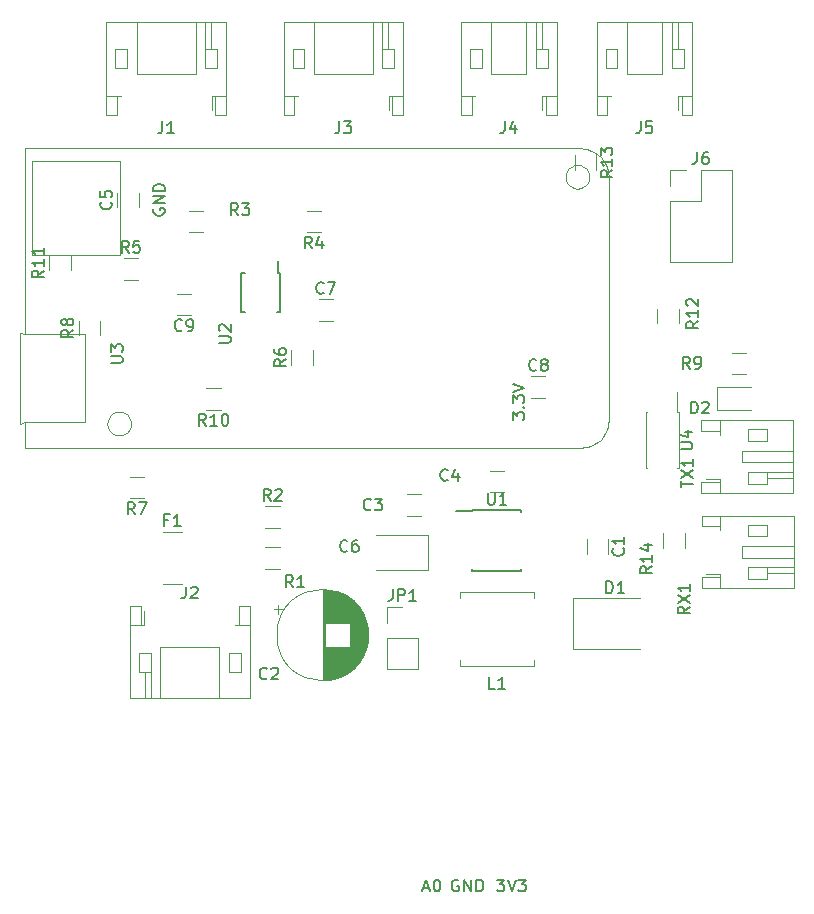
<source format=gbr>
G04 #@! TF.GenerationSoftware,KiCad,Pcbnew,5.1.4*
G04 #@! TF.CreationDate,2019-11-29T20:38:04+00:00*
G04 #@! TF.ProjectId,ESP32ControllerCircuit,45535033-3243-46f6-9e74-726f6c6c6572,rev?*
G04 #@! TF.SameCoordinates,Original*
G04 #@! TF.FileFunction,Legend,Top*
G04 #@! TF.FilePolarity,Positive*
%FSLAX46Y46*%
G04 Gerber Fmt 4.6, Leading zero omitted, Abs format (unit mm)*
G04 Created by KiCad (PCBNEW 5.1.4) date 2019-11-29 20:38:04*
%MOMM*%
%LPD*%
G04 APERTURE LIST*
%ADD10C,0.150000*%
%ADD11C,0.120000*%
%ADD12C,0.100000*%
G04 APERTURE END LIST*
D10*
X106785714Y-148916666D02*
X107261904Y-148916666D01*
X106690476Y-149202380D02*
X107023809Y-148202380D01*
X107357142Y-149202380D01*
X107880952Y-148202380D02*
X107976190Y-148202380D01*
X108071428Y-148250000D01*
X108119047Y-148297619D01*
X108166666Y-148392857D01*
X108214285Y-148583333D01*
X108214285Y-148821428D01*
X108166666Y-149011904D01*
X108119047Y-149107142D01*
X108071428Y-149154761D01*
X107976190Y-149202380D01*
X107880952Y-149202380D01*
X107785714Y-149154761D01*
X107738095Y-149107142D01*
X107690476Y-149011904D01*
X107642857Y-148821428D01*
X107642857Y-148583333D01*
X107690476Y-148392857D01*
X107738095Y-148297619D01*
X107785714Y-148250000D01*
X107880952Y-148202380D01*
X109738095Y-148250000D02*
X109642857Y-148202380D01*
X109500000Y-148202380D01*
X109357142Y-148250000D01*
X109261904Y-148345238D01*
X109214285Y-148440476D01*
X109166666Y-148630952D01*
X109166666Y-148773809D01*
X109214285Y-148964285D01*
X109261904Y-149059523D01*
X109357142Y-149154761D01*
X109500000Y-149202380D01*
X109595238Y-149202380D01*
X109738095Y-149154761D01*
X109785714Y-149107142D01*
X109785714Y-148773809D01*
X109595238Y-148773809D01*
X110214285Y-149202380D02*
X110214285Y-148202380D01*
X110785714Y-149202380D01*
X110785714Y-148202380D01*
X111261904Y-149202380D02*
X111261904Y-148202380D01*
X111500000Y-148202380D01*
X111642857Y-148250000D01*
X111738095Y-148345238D01*
X111785714Y-148440476D01*
X111833333Y-148630952D01*
X111833333Y-148773809D01*
X111785714Y-148964285D01*
X111738095Y-149059523D01*
X111642857Y-149154761D01*
X111500000Y-149202380D01*
X111261904Y-149202380D01*
X113011904Y-148202380D02*
X113630952Y-148202380D01*
X113297619Y-148583333D01*
X113440476Y-148583333D01*
X113535714Y-148630952D01*
X113583333Y-148678571D01*
X113630952Y-148773809D01*
X113630952Y-149011904D01*
X113583333Y-149107142D01*
X113535714Y-149154761D01*
X113440476Y-149202380D01*
X113154761Y-149202380D01*
X113059523Y-149154761D01*
X113011904Y-149107142D01*
X113916666Y-148202380D02*
X114250000Y-149202380D01*
X114583333Y-148202380D01*
X114821428Y-148202380D02*
X115440476Y-148202380D01*
X115107142Y-148583333D01*
X115250000Y-148583333D01*
X115345238Y-148630952D01*
X115392857Y-148678571D01*
X115440476Y-148773809D01*
X115440476Y-149011904D01*
X115392857Y-149107142D01*
X115345238Y-149154761D01*
X115250000Y-149202380D01*
X114964285Y-149202380D01*
X114869047Y-149154761D01*
X114821428Y-149107142D01*
D11*
X83140000Y-126640000D02*
X82860000Y-126640000D01*
X82860000Y-126640000D02*
X82860000Y-125040000D01*
X82860000Y-125040000D02*
X81940000Y-125040000D01*
X81940000Y-125040000D02*
X81940000Y-132860000D01*
X81940000Y-132860000D02*
X92060000Y-132860000D01*
X92060000Y-132860000D02*
X92060000Y-125040000D01*
X92060000Y-125040000D02*
X91140000Y-125040000D01*
X91140000Y-125040000D02*
X91140000Y-126640000D01*
X91140000Y-126640000D02*
X90860000Y-126640000D01*
X84500000Y-132860000D02*
X84500000Y-128500000D01*
X84500000Y-128500000D02*
X89500000Y-128500000D01*
X89500000Y-128500000D02*
X89500000Y-132860000D01*
X81940000Y-126640000D02*
X82860000Y-126640000D01*
X92060000Y-126640000D02*
X91140000Y-126640000D01*
X82700000Y-129000000D02*
X82700000Y-130600000D01*
X82700000Y-130600000D02*
X83700000Y-130600000D01*
X83700000Y-130600000D02*
X83700000Y-129000000D01*
X83700000Y-129000000D02*
X82700000Y-129000000D01*
X91300000Y-129000000D02*
X91300000Y-130600000D01*
X91300000Y-130600000D02*
X90300000Y-130600000D01*
X90300000Y-130600000D02*
X90300000Y-129000000D01*
X90300000Y-129000000D02*
X91300000Y-129000000D01*
X83700000Y-130600000D02*
X83700000Y-132860000D01*
X83200000Y-130600000D02*
X83200000Y-132860000D01*
X83140000Y-126640000D02*
X83140000Y-125425000D01*
D12*
X122520000Y-109160000D02*
X122433452Y-109817400D01*
X73020000Y-109500000D02*
X78120000Y-109500000D01*
X121776051Y-87043949D02*
X121995117Y-87293746D01*
X122179705Y-110430000D02*
X121995117Y-110706254D01*
X121995117Y-87293746D02*
X122179705Y-87570000D01*
X121526254Y-86824883D02*
X121776051Y-87043949D01*
X122326654Y-87867984D02*
X122433452Y-88182600D01*
X122179705Y-87570000D02*
X122326654Y-87867984D01*
X78120000Y-102000000D02*
X78120000Y-109500000D01*
X122433452Y-109817400D02*
X122326654Y-110132016D01*
X72620000Y-109600000D02*
X72620000Y-101900000D01*
X122326654Y-110132016D02*
X122179705Y-110430000D01*
X78120000Y-109500000D02*
X78120000Y-102000000D01*
X119980000Y-111700000D02*
X73020000Y-111700000D01*
X73020000Y-109500000D02*
X72620000Y-109600000D01*
X73020000Y-102000000D02*
X73020000Y-86300000D01*
X73020000Y-86300000D02*
X119980000Y-86300000D01*
X122433452Y-88182600D02*
X122520000Y-88840000D01*
X72620000Y-101900000D02*
X73020000Y-102000000D01*
X78120000Y-102000000D02*
X73020000Y-102000000D01*
X120952016Y-86493346D02*
X121250000Y-86640295D01*
X121250000Y-86640295D02*
X121526254Y-86824883D01*
X73020000Y-102000000D02*
X78120000Y-102000000D01*
X121526254Y-111175117D02*
X121250000Y-111359705D01*
X122520000Y-88840000D02*
X122520000Y-109160000D01*
X120637400Y-86386548D02*
X120952016Y-86493346D01*
X121776051Y-110956051D02*
X121526254Y-111175117D01*
X73020000Y-111700000D02*
X73020000Y-109500000D01*
X120952016Y-111506654D02*
X120637400Y-111613452D01*
X119980000Y-86300000D02*
X120637400Y-86386548D01*
X121250000Y-111359705D02*
X120952016Y-111506654D01*
X120637400Y-111613452D02*
X119980000Y-111700000D01*
X121995117Y-110706254D02*
X121776051Y-110956051D01*
X78120000Y-109500000D02*
X73020000Y-109500000D01*
X81886025Y-110100000D02*
X81985926Y-109858819D01*
X81520000Y-108733975D02*
X81278819Y-108634074D01*
X119320000Y-89566025D02*
X119561181Y-89665926D01*
X81985926Y-109341181D02*
X81886025Y-109100000D01*
X82020000Y-109600000D02*
X81985926Y-109341181D01*
X120078819Y-89665926D02*
X120320000Y-89566025D01*
X120320000Y-89566025D02*
X120527107Y-89407107D01*
X120686025Y-88200000D02*
X120527107Y-87992893D01*
X119112893Y-89407107D02*
X119320000Y-89566025D01*
X81886025Y-109100000D02*
X81727107Y-108892893D01*
X80054074Y-109341181D02*
X80020000Y-109600000D01*
X81985926Y-109858819D02*
X82020000Y-109600000D01*
X80020000Y-109600000D02*
X80054074Y-109858819D01*
X81727107Y-108892893D02*
X81520000Y-108733975D01*
X120785926Y-88441181D02*
X120686025Y-88200000D01*
X120527107Y-87992893D02*
X120320000Y-87833975D01*
X120078819Y-87734074D02*
X119820000Y-87700000D01*
X80520000Y-110466025D02*
X80761181Y-110565926D01*
X80312893Y-110307107D02*
X80520000Y-110466025D01*
X118854074Y-88958819D02*
X118953975Y-89200000D01*
X120686025Y-89200000D02*
X120785926Y-88958819D01*
X81020000Y-108600000D02*
X80761181Y-108634074D01*
X119820000Y-87700000D02*
X119561181Y-87734074D01*
X81020000Y-110600000D02*
X81278819Y-110565926D01*
X119561181Y-87734074D02*
X119320000Y-87833975D01*
X119320000Y-87833975D02*
X119112893Y-87992893D01*
X119112893Y-87992893D02*
X118953975Y-88200000D01*
X120320000Y-87833975D02*
X120078819Y-87734074D01*
X118953975Y-89200000D02*
X119112893Y-89407107D01*
X81278819Y-108634074D02*
X81020000Y-108600000D01*
X120527107Y-89407107D02*
X120686025Y-89200000D01*
X80761181Y-110565926D02*
X81020000Y-110600000D01*
X81520000Y-110466025D02*
X81727107Y-110307107D01*
X80761181Y-108634074D02*
X80520000Y-108733975D01*
X118820000Y-88700000D02*
X118854074Y-88958819D01*
X80054074Y-109858819D02*
X80153975Y-110100000D01*
X119820000Y-89700000D02*
X120078819Y-89665926D01*
X80153975Y-109100000D02*
X80054074Y-109341181D01*
X80153975Y-110100000D02*
X80312893Y-110307107D01*
X81278819Y-110565926D02*
X81520000Y-110466025D01*
X81727107Y-110307107D02*
X81886025Y-110100000D01*
X80520000Y-108733975D02*
X80312893Y-108892893D01*
X119561181Y-89665926D02*
X119820000Y-89700000D01*
X120820000Y-88700000D02*
X120785926Y-88441181D01*
X80312893Y-108892893D02*
X80153975Y-109100000D01*
X120785926Y-88958819D02*
X120820000Y-88700000D01*
X73620000Y-95300000D02*
X73620000Y-87400000D01*
X118854074Y-88441181D02*
X118820000Y-88700000D01*
X81120000Y-95300000D02*
X81120000Y-87400000D01*
X73620000Y-95300000D02*
X81120000Y-95300000D01*
X73620000Y-87400000D02*
X81120000Y-87400000D01*
X81120000Y-95300000D02*
X73620000Y-95300000D01*
X73620000Y-87400000D02*
X73620000Y-95300000D01*
X81120000Y-87400000D02*
X73620000Y-87400000D01*
X81120000Y-87400000D02*
X81120000Y-95300000D01*
X118953975Y-88200000D02*
X118854074Y-88441181D01*
D11*
X80860000Y-91272064D02*
X80860000Y-90067936D01*
X82680000Y-91272064D02*
X82680000Y-90067936D01*
X97897936Y-100910000D02*
X99102064Y-100910000D01*
X97897936Y-99090000D02*
X99102064Y-99090000D01*
X115897936Y-105590000D02*
X117102064Y-105590000D01*
X115897936Y-107410000D02*
X117102064Y-107410000D01*
X87102064Y-100410000D02*
X85897936Y-100410000D01*
X87102064Y-98590000D02*
X85897936Y-98590000D01*
X120590000Y-119397936D02*
X120590000Y-120602064D01*
X122410000Y-119397936D02*
X122410000Y-120602064D01*
X102120000Y-127500000D02*
G75*
G03X102120000Y-127500000I-3870000J0D01*
G01*
X98250000Y-123670000D02*
X98250000Y-131330000D01*
X98290000Y-123670000D02*
X98290000Y-131330000D01*
X98330000Y-123670000D02*
X98330000Y-131330000D01*
X98370000Y-123671000D02*
X98370000Y-131329000D01*
X98410000Y-123673000D02*
X98410000Y-131327000D01*
X98450000Y-123675000D02*
X98450000Y-131325000D01*
X98490000Y-123677000D02*
X98490000Y-126460000D01*
X98490000Y-128540000D02*
X98490000Y-131323000D01*
X98530000Y-123680000D02*
X98530000Y-126460000D01*
X98530000Y-128540000D02*
X98530000Y-131320000D01*
X98570000Y-123683000D02*
X98570000Y-126460000D01*
X98570000Y-128540000D02*
X98570000Y-131317000D01*
X98610000Y-123686000D02*
X98610000Y-126460000D01*
X98610000Y-128540000D02*
X98610000Y-131314000D01*
X98650000Y-123690000D02*
X98650000Y-126460000D01*
X98650000Y-128540000D02*
X98650000Y-131310000D01*
X98690000Y-123695000D02*
X98690000Y-126460000D01*
X98690000Y-128540000D02*
X98690000Y-131305000D01*
X98730000Y-123699000D02*
X98730000Y-126460000D01*
X98730000Y-128540000D02*
X98730000Y-131301000D01*
X98770000Y-123705000D02*
X98770000Y-126460000D01*
X98770000Y-128540000D02*
X98770000Y-131295000D01*
X98810000Y-123710000D02*
X98810000Y-126460000D01*
X98810000Y-128540000D02*
X98810000Y-131290000D01*
X98850000Y-123716000D02*
X98850000Y-126460000D01*
X98850000Y-128540000D02*
X98850000Y-131284000D01*
X98890000Y-123723000D02*
X98890000Y-126460000D01*
X98890000Y-128540000D02*
X98890000Y-131277000D01*
X98930000Y-123730000D02*
X98930000Y-126460000D01*
X98930000Y-128540000D02*
X98930000Y-131270000D01*
X98971000Y-123737000D02*
X98971000Y-126460000D01*
X98971000Y-128540000D02*
X98971000Y-131263000D01*
X99011000Y-123745000D02*
X99011000Y-126460000D01*
X99011000Y-128540000D02*
X99011000Y-131255000D01*
X99051000Y-123753000D02*
X99051000Y-126460000D01*
X99051000Y-128540000D02*
X99051000Y-131247000D01*
X99091000Y-123762000D02*
X99091000Y-126460000D01*
X99091000Y-128540000D02*
X99091000Y-131238000D01*
X99131000Y-123771000D02*
X99131000Y-126460000D01*
X99131000Y-128540000D02*
X99131000Y-131229000D01*
X99171000Y-123780000D02*
X99171000Y-126460000D01*
X99171000Y-128540000D02*
X99171000Y-131220000D01*
X99211000Y-123790000D02*
X99211000Y-126460000D01*
X99211000Y-128540000D02*
X99211000Y-131210000D01*
X99251000Y-123801000D02*
X99251000Y-126460000D01*
X99251000Y-128540000D02*
X99251000Y-131199000D01*
X99291000Y-123812000D02*
X99291000Y-126460000D01*
X99291000Y-128540000D02*
X99291000Y-131188000D01*
X99331000Y-123823000D02*
X99331000Y-126460000D01*
X99331000Y-128540000D02*
X99331000Y-131177000D01*
X99371000Y-123835000D02*
X99371000Y-126460000D01*
X99371000Y-128540000D02*
X99371000Y-131165000D01*
X99411000Y-123847000D02*
X99411000Y-126460000D01*
X99411000Y-128540000D02*
X99411000Y-131153000D01*
X99451000Y-123860000D02*
X99451000Y-126460000D01*
X99451000Y-128540000D02*
X99451000Y-131140000D01*
X99491000Y-123874000D02*
X99491000Y-126460000D01*
X99491000Y-128540000D02*
X99491000Y-131126000D01*
X99531000Y-123887000D02*
X99531000Y-126460000D01*
X99531000Y-128540000D02*
X99531000Y-131113000D01*
X99571000Y-123902000D02*
X99571000Y-126460000D01*
X99571000Y-128540000D02*
X99571000Y-131098000D01*
X99611000Y-123916000D02*
X99611000Y-126460000D01*
X99611000Y-128540000D02*
X99611000Y-131084000D01*
X99651000Y-123932000D02*
X99651000Y-126460000D01*
X99651000Y-128540000D02*
X99651000Y-131068000D01*
X99691000Y-123947000D02*
X99691000Y-126460000D01*
X99691000Y-128540000D02*
X99691000Y-131053000D01*
X99731000Y-123964000D02*
X99731000Y-126460000D01*
X99731000Y-128540000D02*
X99731000Y-131036000D01*
X99771000Y-123980000D02*
X99771000Y-126460000D01*
X99771000Y-128540000D02*
X99771000Y-131020000D01*
X99811000Y-123998000D02*
X99811000Y-126460000D01*
X99811000Y-128540000D02*
X99811000Y-131002000D01*
X99851000Y-124016000D02*
X99851000Y-126460000D01*
X99851000Y-128540000D02*
X99851000Y-130984000D01*
X99891000Y-124034000D02*
X99891000Y-126460000D01*
X99891000Y-128540000D02*
X99891000Y-130966000D01*
X99931000Y-124053000D02*
X99931000Y-126460000D01*
X99931000Y-128540000D02*
X99931000Y-130947000D01*
X99971000Y-124073000D02*
X99971000Y-126460000D01*
X99971000Y-128540000D02*
X99971000Y-130927000D01*
X100011000Y-124093000D02*
X100011000Y-126460000D01*
X100011000Y-128540000D02*
X100011000Y-130907000D01*
X100051000Y-124114000D02*
X100051000Y-126460000D01*
X100051000Y-128540000D02*
X100051000Y-130886000D01*
X100091000Y-124135000D02*
X100091000Y-126460000D01*
X100091000Y-128540000D02*
X100091000Y-130865000D01*
X100131000Y-124157000D02*
X100131000Y-126460000D01*
X100131000Y-128540000D02*
X100131000Y-130843000D01*
X100171000Y-124179000D02*
X100171000Y-126460000D01*
X100171000Y-128540000D02*
X100171000Y-130821000D01*
X100211000Y-124203000D02*
X100211000Y-126460000D01*
X100211000Y-128540000D02*
X100211000Y-130797000D01*
X100251000Y-124226000D02*
X100251000Y-126460000D01*
X100251000Y-128540000D02*
X100251000Y-130774000D01*
X100291000Y-124251000D02*
X100291000Y-126460000D01*
X100291000Y-128540000D02*
X100291000Y-130749000D01*
X100331000Y-124276000D02*
X100331000Y-126460000D01*
X100331000Y-128540000D02*
X100331000Y-130724000D01*
X100371000Y-124302000D02*
X100371000Y-126460000D01*
X100371000Y-128540000D02*
X100371000Y-130698000D01*
X100411000Y-124328000D02*
X100411000Y-126460000D01*
X100411000Y-128540000D02*
X100411000Y-130672000D01*
X100451000Y-124356000D02*
X100451000Y-126460000D01*
X100451000Y-128540000D02*
X100451000Y-130644000D01*
X100491000Y-124384000D02*
X100491000Y-126460000D01*
X100491000Y-128540000D02*
X100491000Y-130616000D01*
X100531000Y-124412000D02*
X100531000Y-126460000D01*
X100531000Y-128540000D02*
X100531000Y-130588000D01*
X100571000Y-124442000D02*
X100571000Y-130558000D01*
X100611000Y-124472000D02*
X100611000Y-130528000D01*
X100651000Y-124504000D02*
X100651000Y-130496000D01*
X100691000Y-124536000D02*
X100691000Y-130464000D01*
X100731000Y-124569000D02*
X100731000Y-130431000D01*
X100771000Y-124602000D02*
X100771000Y-130398000D01*
X100811000Y-124637000D02*
X100811000Y-130363000D01*
X100851000Y-124673000D02*
X100851000Y-130327000D01*
X100891000Y-124710000D02*
X100891000Y-130290000D01*
X100931000Y-124748000D02*
X100931000Y-130252000D01*
X100971000Y-124787000D02*
X100971000Y-130213000D01*
X101011000Y-124827000D02*
X101011000Y-130173000D01*
X101051000Y-124868000D02*
X101051000Y-130132000D01*
X101091000Y-124911000D02*
X101091000Y-130089000D01*
X101131000Y-124954000D02*
X101131000Y-130046000D01*
X101171000Y-125000000D02*
X101171000Y-130000000D01*
X101211000Y-125046000D02*
X101211000Y-129954000D01*
X101251000Y-125095000D02*
X101251000Y-129905000D01*
X101291000Y-125145000D02*
X101291000Y-129855000D01*
X101331000Y-125196000D02*
X101331000Y-129804000D01*
X101371000Y-125250000D02*
X101371000Y-129750000D01*
X101411000Y-125305000D02*
X101411000Y-129695000D01*
X101451000Y-125363000D02*
X101451000Y-129637000D01*
X101491000Y-125423000D02*
X101491000Y-129577000D01*
X101531000Y-125486000D02*
X101531000Y-129514000D01*
X101571000Y-125551000D02*
X101571000Y-129449000D01*
X101611000Y-125619000D02*
X101611000Y-129381000D01*
X101651000Y-125691000D02*
X101651000Y-129309000D01*
X101691000Y-125767000D02*
X101691000Y-129233000D01*
X101731000Y-125846000D02*
X101731000Y-129154000D01*
X101771000Y-125931000D02*
X101771000Y-129069000D01*
X101811000Y-126022000D02*
X101811000Y-128978000D01*
X101851000Y-126119000D02*
X101851000Y-128881000D01*
X101891000Y-126225000D02*
X101891000Y-128775000D01*
X101931000Y-126342000D02*
X101931000Y-128658000D01*
X101971000Y-126472000D02*
X101971000Y-128528000D01*
X102011000Y-126623000D02*
X102011000Y-128377000D01*
X102051000Y-126807000D02*
X102051000Y-128193000D01*
X102091000Y-127059000D02*
X102091000Y-127941000D01*
X94107789Y-125325000D02*
X94857789Y-125325000D01*
X94482789Y-124950000D02*
X94482789Y-125700000D01*
X106602064Y-115590000D02*
X105397936Y-115590000D01*
X106602064Y-117410000D02*
X105397936Y-117410000D01*
X113602064Y-115410000D02*
X112397936Y-115410000D01*
X113602064Y-113590000D02*
X112397936Y-113590000D01*
X102750000Y-122010000D02*
X107135000Y-122010000D01*
X107135000Y-122010000D02*
X107135000Y-118990000D01*
X107135000Y-118990000D02*
X102750000Y-118990000D01*
X119450000Y-124350000D02*
X119450000Y-128650000D01*
X119450000Y-128650000D02*
X125150000Y-128650000D01*
X119450000Y-124350000D02*
X125150000Y-124350000D01*
X84702631Y-118790000D02*
X86297369Y-118790000D01*
X84702631Y-123210000D02*
X86297369Y-123210000D01*
X88860000Y-81860000D02*
X88860000Y-83075000D01*
X88800000Y-77900000D02*
X88800000Y-75640000D01*
X88300000Y-77900000D02*
X88300000Y-75640000D01*
X81700000Y-79500000D02*
X80700000Y-79500000D01*
X81700000Y-77900000D02*
X81700000Y-79500000D01*
X80700000Y-77900000D02*
X81700000Y-77900000D01*
X80700000Y-79500000D02*
X80700000Y-77900000D01*
X88300000Y-79500000D02*
X89300000Y-79500000D01*
X88300000Y-77900000D02*
X88300000Y-79500000D01*
X89300000Y-77900000D02*
X88300000Y-77900000D01*
X89300000Y-79500000D02*
X89300000Y-77900000D01*
X79940000Y-81860000D02*
X80860000Y-81860000D01*
X90060000Y-81860000D02*
X89140000Y-81860000D01*
X82500000Y-80000000D02*
X82500000Y-75640000D01*
X87500000Y-80000000D02*
X82500000Y-80000000D01*
X87500000Y-75640000D02*
X87500000Y-80000000D01*
X80860000Y-81860000D02*
X81140000Y-81860000D01*
X80860000Y-83460000D02*
X80860000Y-81860000D01*
X79940000Y-83460000D02*
X80860000Y-83460000D01*
X79940000Y-75640000D02*
X79940000Y-83460000D01*
X90060000Y-75640000D02*
X79940000Y-75640000D01*
X90060000Y-83460000D02*
X90060000Y-75640000D01*
X89140000Y-83460000D02*
X90060000Y-83460000D01*
X89140000Y-81860000D02*
X89140000Y-83460000D01*
X88860000Y-81860000D02*
X89140000Y-81860000D01*
X103860000Y-81860000D02*
X104140000Y-81860000D01*
X104140000Y-81860000D02*
X104140000Y-83460000D01*
X104140000Y-83460000D02*
X105060000Y-83460000D01*
X105060000Y-83460000D02*
X105060000Y-75640000D01*
X105060000Y-75640000D02*
X94940000Y-75640000D01*
X94940000Y-75640000D02*
X94940000Y-83460000D01*
X94940000Y-83460000D02*
X95860000Y-83460000D01*
X95860000Y-83460000D02*
X95860000Y-81860000D01*
X95860000Y-81860000D02*
X96140000Y-81860000D01*
X102500000Y-75640000D02*
X102500000Y-80000000D01*
X102500000Y-80000000D02*
X97500000Y-80000000D01*
X97500000Y-80000000D02*
X97500000Y-75640000D01*
X105060000Y-81860000D02*
X104140000Y-81860000D01*
X94940000Y-81860000D02*
X95860000Y-81860000D01*
X104300000Y-79500000D02*
X104300000Y-77900000D01*
X104300000Y-77900000D02*
X103300000Y-77900000D01*
X103300000Y-77900000D02*
X103300000Y-79500000D01*
X103300000Y-79500000D02*
X104300000Y-79500000D01*
X95700000Y-79500000D02*
X95700000Y-77900000D01*
X95700000Y-77900000D02*
X96700000Y-77900000D01*
X96700000Y-77900000D02*
X96700000Y-79500000D01*
X96700000Y-79500000D02*
X95700000Y-79500000D01*
X103300000Y-77900000D02*
X103300000Y-75640000D01*
X103800000Y-77900000D02*
X103800000Y-75640000D01*
X103860000Y-81860000D02*
X103860000Y-83075000D01*
X116860000Y-81860000D02*
X116860000Y-83075000D01*
X116800000Y-77900000D02*
X116800000Y-75640000D01*
X116300000Y-77900000D02*
X116300000Y-75640000D01*
X111700000Y-79500000D02*
X110700000Y-79500000D01*
X111700000Y-77900000D02*
X111700000Y-79500000D01*
X110700000Y-77900000D02*
X111700000Y-77900000D01*
X110700000Y-79500000D02*
X110700000Y-77900000D01*
X116300000Y-79500000D02*
X117300000Y-79500000D01*
X116300000Y-77900000D02*
X116300000Y-79500000D01*
X117300000Y-77900000D02*
X116300000Y-77900000D01*
X117300000Y-79500000D02*
X117300000Y-77900000D01*
X109940000Y-81860000D02*
X110860000Y-81860000D01*
X118060000Y-81860000D02*
X117140000Y-81860000D01*
X112500000Y-80000000D02*
X112500000Y-75640000D01*
X115500000Y-80000000D02*
X112500000Y-80000000D01*
X115500000Y-75640000D02*
X115500000Y-80000000D01*
X110860000Y-81860000D02*
X111140000Y-81860000D01*
X110860000Y-83460000D02*
X110860000Y-81860000D01*
X109940000Y-83460000D02*
X110860000Y-83460000D01*
X109940000Y-75640000D02*
X109940000Y-83460000D01*
X118060000Y-75640000D02*
X109940000Y-75640000D01*
X118060000Y-83460000D02*
X118060000Y-75640000D01*
X117140000Y-83460000D02*
X118060000Y-83460000D01*
X117140000Y-81860000D02*
X117140000Y-83460000D01*
X116860000Y-81860000D02*
X117140000Y-81860000D01*
X128360000Y-81860000D02*
X128640000Y-81860000D01*
X128640000Y-81860000D02*
X128640000Y-83460000D01*
X128640000Y-83460000D02*
X129560000Y-83460000D01*
X129560000Y-83460000D02*
X129560000Y-75640000D01*
X129560000Y-75640000D02*
X121440000Y-75640000D01*
X121440000Y-75640000D02*
X121440000Y-83460000D01*
X121440000Y-83460000D02*
X122360000Y-83460000D01*
X122360000Y-83460000D02*
X122360000Y-81860000D01*
X122360000Y-81860000D02*
X122640000Y-81860000D01*
X127000000Y-75640000D02*
X127000000Y-80000000D01*
X127000000Y-80000000D02*
X124000000Y-80000000D01*
X124000000Y-80000000D02*
X124000000Y-75640000D01*
X129560000Y-81860000D02*
X128640000Y-81860000D01*
X121440000Y-81860000D02*
X122360000Y-81860000D01*
X128800000Y-79500000D02*
X128800000Y-77900000D01*
X128800000Y-77900000D02*
X127800000Y-77900000D01*
X127800000Y-77900000D02*
X127800000Y-79500000D01*
X127800000Y-79500000D02*
X128800000Y-79500000D01*
X122200000Y-79500000D02*
X122200000Y-77900000D01*
X122200000Y-77900000D02*
X123200000Y-77900000D01*
X123200000Y-77900000D02*
X123200000Y-79500000D01*
X123200000Y-79500000D02*
X122200000Y-79500000D01*
X127800000Y-77900000D02*
X127800000Y-75640000D01*
X128300000Y-77900000D02*
X128300000Y-75640000D01*
X128360000Y-81860000D02*
X128360000Y-83075000D01*
X86897936Y-93410000D02*
X88102064Y-93410000D01*
X86897936Y-91590000D02*
X88102064Y-91590000D01*
X98102064Y-93410000D02*
X96897936Y-93410000D01*
X98102064Y-91590000D02*
X96897936Y-91590000D01*
X81397936Y-95590000D02*
X82602064Y-95590000D01*
X81397936Y-97410000D02*
X82602064Y-97410000D01*
X97410000Y-104602064D02*
X97410000Y-103397936D01*
X95590000Y-104602064D02*
X95590000Y-103397936D01*
X83102064Y-115910000D02*
X81897936Y-115910000D01*
X83102064Y-114090000D02*
X81897936Y-114090000D01*
X79410000Y-102102064D02*
X79410000Y-100897936D01*
X77590000Y-102102064D02*
X77590000Y-100897936D01*
X89602064Y-108410000D02*
X88397936Y-108410000D01*
X89602064Y-106590000D02*
X88397936Y-106590000D01*
X76910000Y-96602064D02*
X76910000Y-95397936D01*
X75090000Y-96602064D02*
X75090000Y-95397936D01*
X128410000Y-101102064D02*
X128410000Y-99897936D01*
X126590000Y-101102064D02*
X126590000Y-99897936D01*
X128910000Y-118897936D02*
X128910000Y-120102064D01*
X127090000Y-118897936D02*
X127090000Y-120102064D01*
D10*
X94625000Y-96875000D02*
X94450000Y-96875000D01*
X94625000Y-100125000D02*
X94350000Y-100125000D01*
X91375000Y-100125000D02*
X91650000Y-100125000D01*
X91375000Y-96875000D02*
X91650000Y-96875000D01*
X94625000Y-96875000D02*
X94625000Y-100125000D01*
X91375000Y-96875000D02*
X91375000Y-100125000D01*
X94450000Y-96875000D02*
X94450000Y-95800000D01*
D11*
X94602064Y-120090000D02*
X93397936Y-120090000D01*
X94602064Y-121910000D02*
X93397936Y-121910000D01*
X93397936Y-116590000D02*
X94602064Y-116590000D01*
X93397936Y-118410000D02*
X94602064Y-118410000D01*
X128400000Y-113400000D02*
X128250000Y-113400000D01*
X128400000Y-108600000D02*
X128400000Y-113400000D01*
X128250000Y-108600000D02*
X128400000Y-108600000D01*
X125600000Y-108600000D02*
X125750000Y-108600000D01*
X125600000Y-113400000D02*
X125600000Y-108600000D01*
X125750000Y-113400000D02*
X125600000Y-113400000D01*
X128250000Y-108600000D02*
X128250000Y-106900000D01*
X103670000Y-130370000D02*
X106330000Y-130370000D01*
X103670000Y-127770000D02*
X103670000Y-130370000D01*
X106330000Y-127770000D02*
X106330000Y-130370000D01*
X103670000Y-127770000D02*
X106330000Y-127770000D01*
X103670000Y-126500000D02*
X103670000Y-125170000D01*
X103670000Y-125170000D02*
X105000000Y-125170000D01*
X116100000Y-130100000D02*
X109900000Y-130100000D01*
X109900000Y-130100000D02*
X109900000Y-129650000D01*
X109900000Y-123900000D02*
X116100000Y-123900000D01*
X109900000Y-123900000D02*
X109900000Y-124350000D01*
X116100000Y-123900000D02*
X116100000Y-124350000D01*
X116100000Y-130100000D02*
X116100000Y-129650000D01*
X134102064Y-105410000D02*
X132897936Y-105410000D01*
X134102064Y-103590000D02*
X132897936Y-103590000D01*
X119590000Y-86897936D02*
X119590000Y-88102064D01*
X121410000Y-86897936D02*
X121410000Y-88102064D01*
X131930000Y-122310000D02*
X130715000Y-122310000D01*
X135890000Y-122250000D02*
X138150000Y-122250000D01*
X135890000Y-121750000D02*
X138150000Y-121750000D01*
X134290000Y-119150000D02*
X134290000Y-118150000D01*
X135890000Y-119150000D02*
X134290000Y-119150000D01*
X135890000Y-118150000D02*
X135890000Y-119150000D01*
X134290000Y-118150000D02*
X135890000Y-118150000D01*
X134290000Y-121750000D02*
X134290000Y-122750000D01*
X135890000Y-121750000D02*
X134290000Y-121750000D01*
X135890000Y-122750000D02*
X135890000Y-121750000D01*
X134290000Y-122750000D02*
X135890000Y-122750000D01*
X131930000Y-117390000D02*
X131930000Y-118310000D01*
X131930000Y-123510000D02*
X131930000Y-122590000D01*
X133790000Y-119950000D02*
X138150000Y-119950000D01*
X133790000Y-120950000D02*
X133790000Y-119950000D01*
X138150000Y-120950000D02*
X133790000Y-120950000D01*
X131930000Y-118310000D02*
X131930000Y-118590000D01*
X130330000Y-118310000D02*
X131930000Y-118310000D01*
X130330000Y-117390000D02*
X130330000Y-118310000D01*
X138150000Y-117390000D02*
X130330000Y-117390000D01*
X138150000Y-123510000D02*
X138150000Y-117390000D01*
X130330000Y-123510000D02*
X138150000Y-123510000D01*
X130330000Y-122590000D02*
X130330000Y-123510000D01*
X131930000Y-122590000D02*
X130330000Y-122590000D01*
X131930000Y-122310000D02*
X131930000Y-122590000D01*
X131890000Y-114250000D02*
X131890000Y-114530000D01*
X131890000Y-114530000D02*
X130290000Y-114530000D01*
X130290000Y-114530000D02*
X130290000Y-115450000D01*
X130290000Y-115450000D02*
X138110000Y-115450000D01*
X138110000Y-115450000D02*
X138110000Y-109330000D01*
X138110000Y-109330000D02*
X130290000Y-109330000D01*
X130290000Y-109330000D02*
X130290000Y-110250000D01*
X130290000Y-110250000D02*
X131890000Y-110250000D01*
X131890000Y-110250000D02*
X131890000Y-110530000D01*
X138110000Y-112890000D02*
X133750000Y-112890000D01*
X133750000Y-112890000D02*
X133750000Y-111890000D01*
X133750000Y-111890000D02*
X138110000Y-111890000D01*
X131890000Y-115450000D02*
X131890000Y-114530000D01*
X131890000Y-109330000D02*
X131890000Y-110250000D01*
X134250000Y-114690000D02*
X135850000Y-114690000D01*
X135850000Y-114690000D02*
X135850000Y-113690000D01*
X135850000Y-113690000D02*
X134250000Y-113690000D01*
X134250000Y-113690000D02*
X134250000Y-114690000D01*
X134250000Y-110090000D02*
X135850000Y-110090000D01*
X135850000Y-110090000D02*
X135850000Y-111090000D01*
X135850000Y-111090000D02*
X134250000Y-111090000D01*
X134250000Y-111090000D02*
X134250000Y-110090000D01*
X135850000Y-113690000D02*
X138110000Y-113690000D01*
X135850000Y-114190000D02*
X138110000Y-114190000D01*
X131890000Y-114250000D02*
X130675000Y-114250000D01*
D10*
X110925000Y-116925000D02*
X110925000Y-116975000D01*
X115075000Y-116925000D02*
X115075000Y-117070000D01*
X115075000Y-122075000D02*
X115075000Y-121930000D01*
X110925000Y-122075000D02*
X110925000Y-121930000D01*
X110925000Y-116925000D02*
X115075000Y-116925000D01*
X110925000Y-122075000D02*
X115075000Y-122075000D01*
X110925000Y-116975000D02*
X109525000Y-116975000D01*
D11*
X134500000Y-106540000D02*
X131640000Y-106540000D01*
X131640000Y-106540000D02*
X131640000Y-108460000D01*
X131640000Y-108460000D02*
X134500000Y-108460000D01*
X127670000Y-95910000D02*
X132870000Y-95910000D01*
X127670000Y-90770000D02*
X127670000Y-95910000D01*
X132870000Y-88170000D02*
X132870000Y-95910000D01*
X127670000Y-90770000D02*
X130270000Y-90770000D01*
X130270000Y-90770000D02*
X130270000Y-88170000D01*
X130270000Y-88170000D02*
X132870000Y-88170000D01*
X127670000Y-89500000D02*
X127670000Y-88170000D01*
X127670000Y-88170000D02*
X129000000Y-88170000D01*
D10*
X86666666Y-123402380D02*
X86666666Y-124116666D01*
X86619047Y-124259523D01*
X86523809Y-124354761D01*
X86380952Y-124402380D01*
X86285714Y-124402380D01*
X87095238Y-123497619D02*
X87142857Y-123450000D01*
X87238095Y-123402380D01*
X87476190Y-123402380D01*
X87571428Y-123450000D01*
X87619047Y-123497619D01*
X87666666Y-123592857D01*
X87666666Y-123688095D01*
X87619047Y-123830952D01*
X87047619Y-124402380D01*
X87666666Y-124402380D01*
X80312380Y-104471904D02*
X81121904Y-104471904D01*
X81217142Y-104424285D01*
X81264761Y-104376666D01*
X81312380Y-104281428D01*
X81312380Y-104090952D01*
X81264761Y-103995714D01*
X81217142Y-103948095D01*
X81121904Y-103900476D01*
X80312380Y-103900476D01*
X80312380Y-103519523D02*
X80312380Y-102900476D01*
X80693333Y-103233809D01*
X80693333Y-103090952D01*
X80740952Y-102995714D01*
X80788571Y-102948095D01*
X80883809Y-102900476D01*
X81121904Y-102900476D01*
X81217142Y-102948095D01*
X81264761Y-102995714D01*
X81312380Y-103090952D01*
X81312380Y-103376666D01*
X81264761Y-103471904D01*
X81217142Y-103519523D01*
X114332380Y-109256190D02*
X114332380Y-108637142D01*
X114713333Y-108970476D01*
X114713333Y-108827619D01*
X114760952Y-108732380D01*
X114808571Y-108684761D01*
X114903809Y-108637142D01*
X115141904Y-108637142D01*
X115237142Y-108684761D01*
X115284761Y-108732380D01*
X115332380Y-108827619D01*
X115332380Y-109113333D01*
X115284761Y-109208571D01*
X115237142Y-109256190D01*
X115237142Y-108208571D02*
X115284761Y-108160952D01*
X115332380Y-108208571D01*
X115284761Y-108256190D01*
X115237142Y-108208571D01*
X115332380Y-108208571D01*
X114332380Y-107827619D02*
X114332380Y-107208571D01*
X114713333Y-107541904D01*
X114713333Y-107399047D01*
X114760952Y-107303809D01*
X114808571Y-107256190D01*
X114903809Y-107208571D01*
X115141904Y-107208571D01*
X115237142Y-107256190D01*
X115284761Y-107303809D01*
X115332380Y-107399047D01*
X115332380Y-107684761D01*
X115284761Y-107780000D01*
X115237142Y-107827619D01*
X114332380Y-106922857D02*
X115332380Y-106589523D01*
X114332380Y-106256190D01*
X83950000Y-91411904D02*
X83902380Y-91507142D01*
X83902380Y-91650000D01*
X83950000Y-91792857D01*
X84045238Y-91888095D01*
X84140476Y-91935714D01*
X84330952Y-91983333D01*
X84473809Y-91983333D01*
X84664285Y-91935714D01*
X84759523Y-91888095D01*
X84854761Y-91792857D01*
X84902380Y-91650000D01*
X84902380Y-91554761D01*
X84854761Y-91411904D01*
X84807142Y-91364285D01*
X84473809Y-91364285D01*
X84473809Y-91554761D01*
X84902380Y-90935714D02*
X83902380Y-90935714D01*
X84902380Y-90364285D01*
X83902380Y-90364285D01*
X84902380Y-89888095D02*
X83902380Y-89888095D01*
X83902380Y-89650000D01*
X83950000Y-89507142D01*
X84045238Y-89411904D01*
X84140476Y-89364285D01*
X84330952Y-89316666D01*
X84473809Y-89316666D01*
X84664285Y-89364285D01*
X84759523Y-89411904D01*
X84854761Y-89507142D01*
X84902380Y-89650000D01*
X84902380Y-89888095D01*
X80307142Y-90836666D02*
X80354761Y-90884285D01*
X80402380Y-91027142D01*
X80402380Y-91122380D01*
X80354761Y-91265238D01*
X80259523Y-91360476D01*
X80164285Y-91408095D01*
X79973809Y-91455714D01*
X79830952Y-91455714D01*
X79640476Y-91408095D01*
X79545238Y-91360476D01*
X79450000Y-91265238D01*
X79402380Y-91122380D01*
X79402380Y-91027142D01*
X79450000Y-90884285D01*
X79497619Y-90836666D01*
X79402380Y-89931904D02*
X79402380Y-90408095D01*
X79878571Y-90455714D01*
X79830952Y-90408095D01*
X79783333Y-90312857D01*
X79783333Y-90074761D01*
X79830952Y-89979523D01*
X79878571Y-89931904D01*
X79973809Y-89884285D01*
X80211904Y-89884285D01*
X80307142Y-89931904D01*
X80354761Y-89979523D01*
X80402380Y-90074761D01*
X80402380Y-90312857D01*
X80354761Y-90408095D01*
X80307142Y-90455714D01*
X98333333Y-98537142D02*
X98285714Y-98584761D01*
X98142857Y-98632380D01*
X98047619Y-98632380D01*
X97904761Y-98584761D01*
X97809523Y-98489523D01*
X97761904Y-98394285D01*
X97714285Y-98203809D01*
X97714285Y-98060952D01*
X97761904Y-97870476D01*
X97809523Y-97775238D01*
X97904761Y-97680000D01*
X98047619Y-97632380D01*
X98142857Y-97632380D01*
X98285714Y-97680000D01*
X98333333Y-97727619D01*
X98666666Y-97632380D02*
X99333333Y-97632380D01*
X98904761Y-98632380D01*
X116333333Y-105037142D02*
X116285714Y-105084761D01*
X116142857Y-105132380D01*
X116047619Y-105132380D01*
X115904761Y-105084761D01*
X115809523Y-104989523D01*
X115761904Y-104894285D01*
X115714285Y-104703809D01*
X115714285Y-104560952D01*
X115761904Y-104370476D01*
X115809523Y-104275238D01*
X115904761Y-104180000D01*
X116047619Y-104132380D01*
X116142857Y-104132380D01*
X116285714Y-104180000D01*
X116333333Y-104227619D01*
X116904761Y-104560952D02*
X116809523Y-104513333D01*
X116761904Y-104465714D01*
X116714285Y-104370476D01*
X116714285Y-104322857D01*
X116761904Y-104227619D01*
X116809523Y-104180000D01*
X116904761Y-104132380D01*
X117095238Y-104132380D01*
X117190476Y-104180000D01*
X117238095Y-104227619D01*
X117285714Y-104322857D01*
X117285714Y-104370476D01*
X117238095Y-104465714D01*
X117190476Y-104513333D01*
X117095238Y-104560952D01*
X116904761Y-104560952D01*
X116809523Y-104608571D01*
X116761904Y-104656190D01*
X116714285Y-104751428D01*
X116714285Y-104941904D01*
X116761904Y-105037142D01*
X116809523Y-105084761D01*
X116904761Y-105132380D01*
X117095238Y-105132380D01*
X117190476Y-105084761D01*
X117238095Y-105037142D01*
X117285714Y-104941904D01*
X117285714Y-104751428D01*
X117238095Y-104656190D01*
X117190476Y-104608571D01*
X117095238Y-104560952D01*
X86333333Y-101677142D02*
X86285714Y-101724761D01*
X86142857Y-101772380D01*
X86047619Y-101772380D01*
X85904761Y-101724761D01*
X85809523Y-101629523D01*
X85761904Y-101534285D01*
X85714285Y-101343809D01*
X85714285Y-101200952D01*
X85761904Y-101010476D01*
X85809523Y-100915238D01*
X85904761Y-100820000D01*
X86047619Y-100772380D01*
X86142857Y-100772380D01*
X86285714Y-100820000D01*
X86333333Y-100867619D01*
X86809523Y-101772380D02*
X87000000Y-101772380D01*
X87095238Y-101724761D01*
X87142857Y-101677142D01*
X87238095Y-101534285D01*
X87285714Y-101343809D01*
X87285714Y-100962857D01*
X87238095Y-100867619D01*
X87190476Y-100820000D01*
X87095238Y-100772380D01*
X86904761Y-100772380D01*
X86809523Y-100820000D01*
X86761904Y-100867619D01*
X86714285Y-100962857D01*
X86714285Y-101200952D01*
X86761904Y-101296190D01*
X86809523Y-101343809D01*
X86904761Y-101391428D01*
X87095238Y-101391428D01*
X87190476Y-101343809D01*
X87238095Y-101296190D01*
X87285714Y-101200952D01*
X123677142Y-120166666D02*
X123724761Y-120214285D01*
X123772380Y-120357142D01*
X123772380Y-120452380D01*
X123724761Y-120595238D01*
X123629523Y-120690476D01*
X123534285Y-120738095D01*
X123343809Y-120785714D01*
X123200952Y-120785714D01*
X123010476Y-120738095D01*
X122915238Y-120690476D01*
X122820000Y-120595238D01*
X122772380Y-120452380D01*
X122772380Y-120357142D01*
X122820000Y-120214285D01*
X122867619Y-120166666D01*
X123772380Y-119214285D02*
X123772380Y-119785714D01*
X123772380Y-119500000D02*
X122772380Y-119500000D01*
X122915238Y-119595238D01*
X123010476Y-119690476D01*
X123058095Y-119785714D01*
X93533333Y-131157142D02*
X93485714Y-131204761D01*
X93342857Y-131252380D01*
X93247619Y-131252380D01*
X93104761Y-131204761D01*
X93009523Y-131109523D01*
X92961904Y-131014285D01*
X92914285Y-130823809D01*
X92914285Y-130680952D01*
X92961904Y-130490476D01*
X93009523Y-130395238D01*
X93104761Y-130300000D01*
X93247619Y-130252380D01*
X93342857Y-130252380D01*
X93485714Y-130300000D01*
X93533333Y-130347619D01*
X93914285Y-130347619D02*
X93961904Y-130300000D01*
X94057142Y-130252380D01*
X94295238Y-130252380D01*
X94390476Y-130300000D01*
X94438095Y-130347619D01*
X94485714Y-130442857D01*
X94485714Y-130538095D01*
X94438095Y-130680952D01*
X93866666Y-131252380D01*
X94485714Y-131252380D01*
X102333333Y-116857142D02*
X102285714Y-116904761D01*
X102142857Y-116952380D01*
X102047619Y-116952380D01*
X101904761Y-116904761D01*
X101809523Y-116809523D01*
X101761904Y-116714285D01*
X101714285Y-116523809D01*
X101714285Y-116380952D01*
X101761904Y-116190476D01*
X101809523Y-116095238D01*
X101904761Y-116000000D01*
X102047619Y-115952380D01*
X102142857Y-115952380D01*
X102285714Y-116000000D01*
X102333333Y-116047619D01*
X102666666Y-115952380D02*
X103285714Y-115952380D01*
X102952380Y-116333333D01*
X103095238Y-116333333D01*
X103190476Y-116380952D01*
X103238095Y-116428571D01*
X103285714Y-116523809D01*
X103285714Y-116761904D01*
X103238095Y-116857142D01*
X103190476Y-116904761D01*
X103095238Y-116952380D01*
X102809523Y-116952380D01*
X102714285Y-116904761D01*
X102666666Y-116857142D01*
X108833333Y-114357142D02*
X108785714Y-114404761D01*
X108642857Y-114452380D01*
X108547619Y-114452380D01*
X108404761Y-114404761D01*
X108309523Y-114309523D01*
X108261904Y-114214285D01*
X108214285Y-114023809D01*
X108214285Y-113880952D01*
X108261904Y-113690476D01*
X108309523Y-113595238D01*
X108404761Y-113500000D01*
X108547619Y-113452380D01*
X108642857Y-113452380D01*
X108785714Y-113500000D01*
X108833333Y-113547619D01*
X109690476Y-113785714D02*
X109690476Y-114452380D01*
X109452380Y-113404761D02*
X109214285Y-114119047D01*
X109833333Y-114119047D01*
X100333333Y-120357142D02*
X100285714Y-120404761D01*
X100142857Y-120452380D01*
X100047619Y-120452380D01*
X99904761Y-120404761D01*
X99809523Y-120309523D01*
X99761904Y-120214285D01*
X99714285Y-120023809D01*
X99714285Y-119880952D01*
X99761904Y-119690476D01*
X99809523Y-119595238D01*
X99904761Y-119500000D01*
X100047619Y-119452380D01*
X100142857Y-119452380D01*
X100285714Y-119500000D01*
X100333333Y-119547619D01*
X101190476Y-119452380D02*
X101000000Y-119452380D01*
X100904761Y-119500000D01*
X100857142Y-119547619D01*
X100761904Y-119690476D01*
X100714285Y-119880952D01*
X100714285Y-120261904D01*
X100761904Y-120357142D01*
X100809523Y-120404761D01*
X100904761Y-120452380D01*
X101095238Y-120452380D01*
X101190476Y-120404761D01*
X101238095Y-120357142D01*
X101285714Y-120261904D01*
X101285714Y-120023809D01*
X101238095Y-119928571D01*
X101190476Y-119880952D01*
X101095238Y-119833333D01*
X100904761Y-119833333D01*
X100809523Y-119880952D01*
X100761904Y-119928571D01*
X100714285Y-120023809D01*
X122261904Y-123952380D02*
X122261904Y-122952380D01*
X122500000Y-122952380D01*
X122642857Y-123000000D01*
X122738095Y-123095238D01*
X122785714Y-123190476D01*
X122833333Y-123380952D01*
X122833333Y-123523809D01*
X122785714Y-123714285D01*
X122738095Y-123809523D01*
X122642857Y-123904761D01*
X122500000Y-123952380D01*
X122261904Y-123952380D01*
X123785714Y-123952380D02*
X123214285Y-123952380D01*
X123500000Y-123952380D02*
X123500000Y-122952380D01*
X123404761Y-123095238D01*
X123309523Y-123190476D01*
X123214285Y-123238095D01*
X85166666Y-117748571D02*
X84833333Y-117748571D01*
X84833333Y-118272380D02*
X84833333Y-117272380D01*
X85309523Y-117272380D01*
X86214285Y-118272380D02*
X85642857Y-118272380D01*
X85928571Y-118272380D02*
X85928571Y-117272380D01*
X85833333Y-117415238D01*
X85738095Y-117510476D01*
X85642857Y-117558095D01*
X84666666Y-84002380D02*
X84666666Y-84716666D01*
X84619047Y-84859523D01*
X84523809Y-84954761D01*
X84380952Y-85002380D01*
X84285714Y-85002380D01*
X85666666Y-85002380D02*
X85095238Y-85002380D01*
X85380952Y-85002380D02*
X85380952Y-84002380D01*
X85285714Y-84145238D01*
X85190476Y-84240476D01*
X85095238Y-84288095D01*
X99666666Y-84002380D02*
X99666666Y-84716666D01*
X99619047Y-84859523D01*
X99523809Y-84954761D01*
X99380952Y-85002380D01*
X99285714Y-85002380D01*
X100047619Y-84002380D02*
X100666666Y-84002380D01*
X100333333Y-84383333D01*
X100476190Y-84383333D01*
X100571428Y-84430952D01*
X100619047Y-84478571D01*
X100666666Y-84573809D01*
X100666666Y-84811904D01*
X100619047Y-84907142D01*
X100571428Y-84954761D01*
X100476190Y-85002380D01*
X100190476Y-85002380D01*
X100095238Y-84954761D01*
X100047619Y-84907142D01*
X113666666Y-84002380D02*
X113666666Y-84716666D01*
X113619047Y-84859523D01*
X113523809Y-84954761D01*
X113380952Y-85002380D01*
X113285714Y-85002380D01*
X114571428Y-84335714D02*
X114571428Y-85002380D01*
X114333333Y-83954761D02*
X114095238Y-84669047D01*
X114714285Y-84669047D01*
X125166666Y-84002380D02*
X125166666Y-84716666D01*
X125119047Y-84859523D01*
X125023809Y-84954761D01*
X124880952Y-85002380D01*
X124785714Y-85002380D01*
X126119047Y-84002380D02*
X125642857Y-84002380D01*
X125595238Y-84478571D01*
X125642857Y-84430952D01*
X125738095Y-84383333D01*
X125976190Y-84383333D01*
X126071428Y-84430952D01*
X126119047Y-84478571D01*
X126166666Y-84573809D01*
X126166666Y-84811904D01*
X126119047Y-84907142D01*
X126071428Y-84954761D01*
X125976190Y-85002380D01*
X125738095Y-85002380D01*
X125642857Y-84954761D01*
X125595238Y-84907142D01*
X91083333Y-91952380D02*
X90750000Y-91476190D01*
X90511904Y-91952380D02*
X90511904Y-90952380D01*
X90892857Y-90952380D01*
X90988095Y-91000000D01*
X91035714Y-91047619D01*
X91083333Y-91142857D01*
X91083333Y-91285714D01*
X91035714Y-91380952D01*
X90988095Y-91428571D01*
X90892857Y-91476190D01*
X90511904Y-91476190D01*
X91416666Y-90952380D02*
X92035714Y-90952380D01*
X91702380Y-91333333D01*
X91845238Y-91333333D01*
X91940476Y-91380952D01*
X91988095Y-91428571D01*
X92035714Y-91523809D01*
X92035714Y-91761904D01*
X91988095Y-91857142D01*
X91940476Y-91904761D01*
X91845238Y-91952380D01*
X91559523Y-91952380D01*
X91464285Y-91904761D01*
X91416666Y-91857142D01*
X97333333Y-94772380D02*
X97000000Y-94296190D01*
X96761904Y-94772380D02*
X96761904Y-93772380D01*
X97142857Y-93772380D01*
X97238095Y-93820000D01*
X97285714Y-93867619D01*
X97333333Y-93962857D01*
X97333333Y-94105714D01*
X97285714Y-94200952D01*
X97238095Y-94248571D01*
X97142857Y-94296190D01*
X96761904Y-94296190D01*
X98190476Y-94105714D02*
X98190476Y-94772380D01*
X97952380Y-93724761D02*
X97714285Y-94439047D01*
X98333333Y-94439047D01*
X81833333Y-95132380D02*
X81500000Y-94656190D01*
X81261904Y-95132380D02*
X81261904Y-94132380D01*
X81642857Y-94132380D01*
X81738095Y-94180000D01*
X81785714Y-94227619D01*
X81833333Y-94322857D01*
X81833333Y-94465714D01*
X81785714Y-94560952D01*
X81738095Y-94608571D01*
X81642857Y-94656190D01*
X81261904Y-94656190D01*
X82738095Y-94132380D02*
X82261904Y-94132380D01*
X82214285Y-94608571D01*
X82261904Y-94560952D01*
X82357142Y-94513333D01*
X82595238Y-94513333D01*
X82690476Y-94560952D01*
X82738095Y-94608571D01*
X82785714Y-94703809D01*
X82785714Y-94941904D01*
X82738095Y-95037142D01*
X82690476Y-95084761D01*
X82595238Y-95132380D01*
X82357142Y-95132380D01*
X82261904Y-95084761D01*
X82214285Y-95037142D01*
X95132380Y-104166666D02*
X94656190Y-104500000D01*
X95132380Y-104738095D02*
X94132380Y-104738095D01*
X94132380Y-104357142D01*
X94180000Y-104261904D01*
X94227619Y-104214285D01*
X94322857Y-104166666D01*
X94465714Y-104166666D01*
X94560952Y-104214285D01*
X94608571Y-104261904D01*
X94656190Y-104357142D01*
X94656190Y-104738095D01*
X94132380Y-103309523D02*
X94132380Y-103500000D01*
X94180000Y-103595238D01*
X94227619Y-103642857D01*
X94370476Y-103738095D01*
X94560952Y-103785714D01*
X94941904Y-103785714D01*
X95037142Y-103738095D01*
X95084761Y-103690476D01*
X95132380Y-103595238D01*
X95132380Y-103404761D01*
X95084761Y-103309523D01*
X95037142Y-103261904D01*
X94941904Y-103214285D01*
X94703809Y-103214285D01*
X94608571Y-103261904D01*
X94560952Y-103309523D01*
X94513333Y-103404761D01*
X94513333Y-103595238D01*
X94560952Y-103690476D01*
X94608571Y-103738095D01*
X94703809Y-103785714D01*
X82333333Y-117272380D02*
X82000000Y-116796190D01*
X81761904Y-117272380D02*
X81761904Y-116272380D01*
X82142857Y-116272380D01*
X82238095Y-116320000D01*
X82285714Y-116367619D01*
X82333333Y-116462857D01*
X82333333Y-116605714D01*
X82285714Y-116700952D01*
X82238095Y-116748571D01*
X82142857Y-116796190D01*
X81761904Y-116796190D01*
X82666666Y-116272380D02*
X83333333Y-116272380D01*
X82904761Y-117272380D01*
X77132380Y-101666666D02*
X76656190Y-102000000D01*
X77132380Y-102238095D02*
X76132380Y-102238095D01*
X76132380Y-101857142D01*
X76180000Y-101761904D01*
X76227619Y-101714285D01*
X76322857Y-101666666D01*
X76465714Y-101666666D01*
X76560952Y-101714285D01*
X76608571Y-101761904D01*
X76656190Y-101857142D01*
X76656190Y-102238095D01*
X76560952Y-101095238D02*
X76513333Y-101190476D01*
X76465714Y-101238095D01*
X76370476Y-101285714D01*
X76322857Y-101285714D01*
X76227619Y-101238095D01*
X76180000Y-101190476D01*
X76132380Y-101095238D01*
X76132380Y-100904761D01*
X76180000Y-100809523D01*
X76227619Y-100761904D01*
X76322857Y-100714285D01*
X76370476Y-100714285D01*
X76465714Y-100761904D01*
X76513333Y-100809523D01*
X76560952Y-100904761D01*
X76560952Y-101095238D01*
X76608571Y-101190476D01*
X76656190Y-101238095D01*
X76751428Y-101285714D01*
X76941904Y-101285714D01*
X77037142Y-101238095D01*
X77084761Y-101190476D01*
X77132380Y-101095238D01*
X77132380Y-100904761D01*
X77084761Y-100809523D01*
X77037142Y-100761904D01*
X76941904Y-100714285D01*
X76751428Y-100714285D01*
X76656190Y-100761904D01*
X76608571Y-100809523D01*
X76560952Y-100904761D01*
X88357142Y-109772380D02*
X88023809Y-109296190D01*
X87785714Y-109772380D02*
X87785714Y-108772380D01*
X88166666Y-108772380D01*
X88261904Y-108820000D01*
X88309523Y-108867619D01*
X88357142Y-108962857D01*
X88357142Y-109105714D01*
X88309523Y-109200952D01*
X88261904Y-109248571D01*
X88166666Y-109296190D01*
X87785714Y-109296190D01*
X89309523Y-109772380D02*
X88738095Y-109772380D01*
X89023809Y-109772380D02*
X89023809Y-108772380D01*
X88928571Y-108915238D01*
X88833333Y-109010476D01*
X88738095Y-109058095D01*
X89928571Y-108772380D02*
X90023809Y-108772380D01*
X90119047Y-108820000D01*
X90166666Y-108867619D01*
X90214285Y-108962857D01*
X90261904Y-109153333D01*
X90261904Y-109391428D01*
X90214285Y-109581904D01*
X90166666Y-109677142D01*
X90119047Y-109724761D01*
X90023809Y-109772380D01*
X89928571Y-109772380D01*
X89833333Y-109724761D01*
X89785714Y-109677142D01*
X89738095Y-109581904D01*
X89690476Y-109391428D01*
X89690476Y-109153333D01*
X89738095Y-108962857D01*
X89785714Y-108867619D01*
X89833333Y-108820000D01*
X89928571Y-108772380D01*
X74632380Y-96642857D02*
X74156190Y-96976190D01*
X74632380Y-97214285D02*
X73632380Y-97214285D01*
X73632380Y-96833333D01*
X73680000Y-96738095D01*
X73727619Y-96690476D01*
X73822857Y-96642857D01*
X73965714Y-96642857D01*
X74060952Y-96690476D01*
X74108571Y-96738095D01*
X74156190Y-96833333D01*
X74156190Y-97214285D01*
X74632380Y-95690476D02*
X74632380Y-96261904D01*
X74632380Y-95976190D02*
X73632380Y-95976190D01*
X73775238Y-96071428D01*
X73870476Y-96166666D01*
X73918095Y-96261904D01*
X74632380Y-94738095D02*
X74632380Y-95309523D01*
X74632380Y-95023809D02*
X73632380Y-95023809D01*
X73775238Y-95119047D01*
X73870476Y-95214285D01*
X73918095Y-95309523D01*
X130042380Y-100942857D02*
X129566190Y-101276190D01*
X130042380Y-101514285D02*
X129042380Y-101514285D01*
X129042380Y-101133333D01*
X129090000Y-101038095D01*
X129137619Y-100990476D01*
X129232857Y-100942857D01*
X129375714Y-100942857D01*
X129470952Y-100990476D01*
X129518571Y-101038095D01*
X129566190Y-101133333D01*
X129566190Y-101514285D01*
X130042380Y-99990476D02*
X130042380Y-100561904D01*
X130042380Y-100276190D02*
X129042380Y-100276190D01*
X129185238Y-100371428D01*
X129280476Y-100466666D01*
X129328095Y-100561904D01*
X129137619Y-99609523D02*
X129090000Y-99561904D01*
X129042380Y-99466666D01*
X129042380Y-99228571D01*
X129090000Y-99133333D01*
X129137619Y-99085714D01*
X129232857Y-99038095D01*
X129328095Y-99038095D01*
X129470952Y-99085714D01*
X130042380Y-99657142D01*
X130042380Y-99038095D01*
X126127380Y-121692857D02*
X125651190Y-122026190D01*
X126127380Y-122264285D02*
X125127380Y-122264285D01*
X125127380Y-121883333D01*
X125175000Y-121788095D01*
X125222619Y-121740476D01*
X125317857Y-121692857D01*
X125460714Y-121692857D01*
X125555952Y-121740476D01*
X125603571Y-121788095D01*
X125651190Y-121883333D01*
X125651190Y-122264285D01*
X126127380Y-120740476D02*
X126127380Y-121311904D01*
X126127380Y-121026190D02*
X125127380Y-121026190D01*
X125270238Y-121121428D01*
X125365476Y-121216666D01*
X125413095Y-121311904D01*
X125460714Y-119883333D02*
X126127380Y-119883333D01*
X125079761Y-120121428D02*
X125794047Y-120359523D01*
X125794047Y-119740476D01*
X89452380Y-102761904D02*
X90261904Y-102761904D01*
X90357142Y-102714285D01*
X90404761Y-102666666D01*
X90452380Y-102571428D01*
X90452380Y-102380952D01*
X90404761Y-102285714D01*
X90357142Y-102238095D01*
X90261904Y-102190476D01*
X89452380Y-102190476D01*
X89547619Y-101761904D02*
X89500000Y-101714285D01*
X89452380Y-101619047D01*
X89452380Y-101380952D01*
X89500000Y-101285714D01*
X89547619Y-101238095D01*
X89642857Y-101190476D01*
X89738095Y-101190476D01*
X89880952Y-101238095D01*
X90452380Y-101809523D01*
X90452380Y-101190476D01*
X95733333Y-123452380D02*
X95400000Y-122976190D01*
X95161904Y-123452380D02*
X95161904Y-122452380D01*
X95542857Y-122452380D01*
X95638095Y-122500000D01*
X95685714Y-122547619D01*
X95733333Y-122642857D01*
X95733333Y-122785714D01*
X95685714Y-122880952D01*
X95638095Y-122928571D01*
X95542857Y-122976190D01*
X95161904Y-122976190D01*
X96685714Y-123452380D02*
X96114285Y-123452380D01*
X96400000Y-123452380D02*
X96400000Y-122452380D01*
X96304761Y-122595238D01*
X96209523Y-122690476D01*
X96114285Y-122738095D01*
X93833333Y-116132380D02*
X93500000Y-115656190D01*
X93261904Y-116132380D02*
X93261904Y-115132380D01*
X93642857Y-115132380D01*
X93738095Y-115180000D01*
X93785714Y-115227619D01*
X93833333Y-115322857D01*
X93833333Y-115465714D01*
X93785714Y-115560952D01*
X93738095Y-115608571D01*
X93642857Y-115656190D01*
X93261904Y-115656190D01*
X94214285Y-115227619D02*
X94261904Y-115180000D01*
X94357142Y-115132380D01*
X94595238Y-115132380D01*
X94690476Y-115180000D01*
X94738095Y-115227619D01*
X94785714Y-115322857D01*
X94785714Y-115418095D01*
X94738095Y-115560952D01*
X94166666Y-116132380D01*
X94785714Y-116132380D01*
X128552380Y-111761904D02*
X129361904Y-111761904D01*
X129457142Y-111714285D01*
X129504761Y-111666666D01*
X129552380Y-111571428D01*
X129552380Y-111380952D01*
X129504761Y-111285714D01*
X129457142Y-111238095D01*
X129361904Y-111190476D01*
X128552380Y-111190476D01*
X128885714Y-110285714D02*
X129552380Y-110285714D01*
X128504761Y-110523809D02*
X129219047Y-110761904D01*
X129219047Y-110142857D01*
X104166666Y-123622380D02*
X104166666Y-124336666D01*
X104119047Y-124479523D01*
X104023809Y-124574761D01*
X103880952Y-124622380D01*
X103785714Y-124622380D01*
X104642857Y-124622380D02*
X104642857Y-123622380D01*
X105023809Y-123622380D01*
X105119047Y-123670000D01*
X105166666Y-123717619D01*
X105214285Y-123812857D01*
X105214285Y-123955714D01*
X105166666Y-124050952D01*
X105119047Y-124098571D01*
X105023809Y-124146190D01*
X104642857Y-124146190D01*
X106166666Y-124622380D02*
X105595238Y-124622380D01*
X105880952Y-124622380D02*
X105880952Y-123622380D01*
X105785714Y-123765238D01*
X105690476Y-123860476D01*
X105595238Y-123908095D01*
X112833333Y-132052380D02*
X112357142Y-132052380D01*
X112357142Y-131052380D01*
X113690476Y-132052380D02*
X113119047Y-132052380D01*
X113404761Y-132052380D02*
X113404761Y-131052380D01*
X113309523Y-131195238D01*
X113214285Y-131290476D01*
X113119047Y-131338095D01*
X129333333Y-104952380D02*
X129000000Y-104476190D01*
X128761904Y-104952380D02*
X128761904Y-103952380D01*
X129142857Y-103952380D01*
X129238095Y-104000000D01*
X129285714Y-104047619D01*
X129333333Y-104142857D01*
X129333333Y-104285714D01*
X129285714Y-104380952D01*
X129238095Y-104428571D01*
X129142857Y-104476190D01*
X128761904Y-104476190D01*
X129809523Y-104952380D02*
X130000000Y-104952380D01*
X130095238Y-104904761D01*
X130142857Y-104857142D01*
X130238095Y-104714285D01*
X130285714Y-104523809D01*
X130285714Y-104142857D01*
X130238095Y-104047619D01*
X130190476Y-104000000D01*
X130095238Y-103952380D01*
X129904761Y-103952380D01*
X129809523Y-104000000D01*
X129761904Y-104047619D01*
X129714285Y-104142857D01*
X129714285Y-104380952D01*
X129761904Y-104476190D01*
X129809523Y-104523809D01*
X129904761Y-104571428D01*
X130095238Y-104571428D01*
X130190476Y-104523809D01*
X130238095Y-104476190D01*
X130285714Y-104380952D01*
X122772380Y-88142857D02*
X122296190Y-88476190D01*
X122772380Y-88714285D02*
X121772380Y-88714285D01*
X121772380Y-88333333D01*
X121820000Y-88238095D01*
X121867619Y-88190476D01*
X121962857Y-88142857D01*
X122105714Y-88142857D01*
X122200952Y-88190476D01*
X122248571Y-88238095D01*
X122296190Y-88333333D01*
X122296190Y-88714285D01*
X122772380Y-87190476D02*
X122772380Y-87761904D01*
X122772380Y-87476190D02*
X121772380Y-87476190D01*
X121915238Y-87571428D01*
X122010476Y-87666666D01*
X122058095Y-87761904D01*
X121772380Y-86857142D02*
X121772380Y-86238095D01*
X122153333Y-86571428D01*
X122153333Y-86428571D01*
X122200952Y-86333333D01*
X122248571Y-86285714D01*
X122343809Y-86238095D01*
X122581904Y-86238095D01*
X122677142Y-86285714D01*
X122724761Y-86333333D01*
X122772380Y-86428571D01*
X122772380Y-86714285D01*
X122724761Y-86809523D01*
X122677142Y-86857142D01*
X129312380Y-125102857D02*
X128836190Y-125436190D01*
X129312380Y-125674285D02*
X128312380Y-125674285D01*
X128312380Y-125293333D01*
X128360000Y-125198095D01*
X128407619Y-125150476D01*
X128502857Y-125102857D01*
X128645714Y-125102857D01*
X128740952Y-125150476D01*
X128788571Y-125198095D01*
X128836190Y-125293333D01*
X128836190Y-125674285D01*
X128312380Y-124769523D02*
X129312380Y-124102857D01*
X128312380Y-124102857D02*
X129312380Y-124769523D01*
X129312380Y-123198095D02*
X129312380Y-123769523D01*
X129312380Y-123483809D02*
X128312380Y-123483809D01*
X128455238Y-123579047D01*
X128550476Y-123674285D01*
X128598095Y-123769523D01*
X128602380Y-114998095D02*
X128602380Y-114426666D01*
X129602380Y-114712380D02*
X128602380Y-114712380D01*
X128602380Y-114188571D02*
X129602380Y-113521904D01*
X128602380Y-113521904D02*
X129602380Y-114188571D01*
X129602380Y-112617142D02*
X129602380Y-113188571D01*
X129602380Y-112902857D02*
X128602380Y-112902857D01*
X128745238Y-112998095D01*
X128840476Y-113093333D01*
X128888095Y-113188571D01*
X112238095Y-115452380D02*
X112238095Y-116261904D01*
X112285714Y-116357142D01*
X112333333Y-116404761D01*
X112428571Y-116452380D01*
X112619047Y-116452380D01*
X112714285Y-116404761D01*
X112761904Y-116357142D01*
X112809523Y-116261904D01*
X112809523Y-115452380D01*
X113809523Y-116452380D02*
X113238095Y-116452380D01*
X113523809Y-116452380D02*
X113523809Y-115452380D01*
X113428571Y-115595238D01*
X113333333Y-115690476D01*
X113238095Y-115738095D01*
X129431904Y-108742380D02*
X129431904Y-107742380D01*
X129670000Y-107742380D01*
X129812857Y-107790000D01*
X129908095Y-107885238D01*
X129955714Y-107980476D01*
X130003333Y-108170952D01*
X130003333Y-108313809D01*
X129955714Y-108504285D01*
X129908095Y-108599523D01*
X129812857Y-108694761D01*
X129670000Y-108742380D01*
X129431904Y-108742380D01*
X130384285Y-107837619D02*
X130431904Y-107790000D01*
X130527142Y-107742380D01*
X130765238Y-107742380D01*
X130860476Y-107790000D01*
X130908095Y-107837619D01*
X130955714Y-107932857D01*
X130955714Y-108028095D01*
X130908095Y-108170952D01*
X130336666Y-108742380D01*
X130955714Y-108742380D01*
X129936666Y-86622380D02*
X129936666Y-87336666D01*
X129889047Y-87479523D01*
X129793809Y-87574761D01*
X129650952Y-87622380D01*
X129555714Y-87622380D01*
X130841428Y-86622380D02*
X130650952Y-86622380D01*
X130555714Y-86670000D01*
X130508095Y-86717619D01*
X130412857Y-86860476D01*
X130365238Y-87050952D01*
X130365238Y-87431904D01*
X130412857Y-87527142D01*
X130460476Y-87574761D01*
X130555714Y-87622380D01*
X130746190Y-87622380D01*
X130841428Y-87574761D01*
X130889047Y-87527142D01*
X130936666Y-87431904D01*
X130936666Y-87193809D01*
X130889047Y-87098571D01*
X130841428Y-87050952D01*
X130746190Y-87003333D01*
X130555714Y-87003333D01*
X130460476Y-87050952D01*
X130412857Y-87098571D01*
X130365238Y-87193809D01*
M02*

</source>
